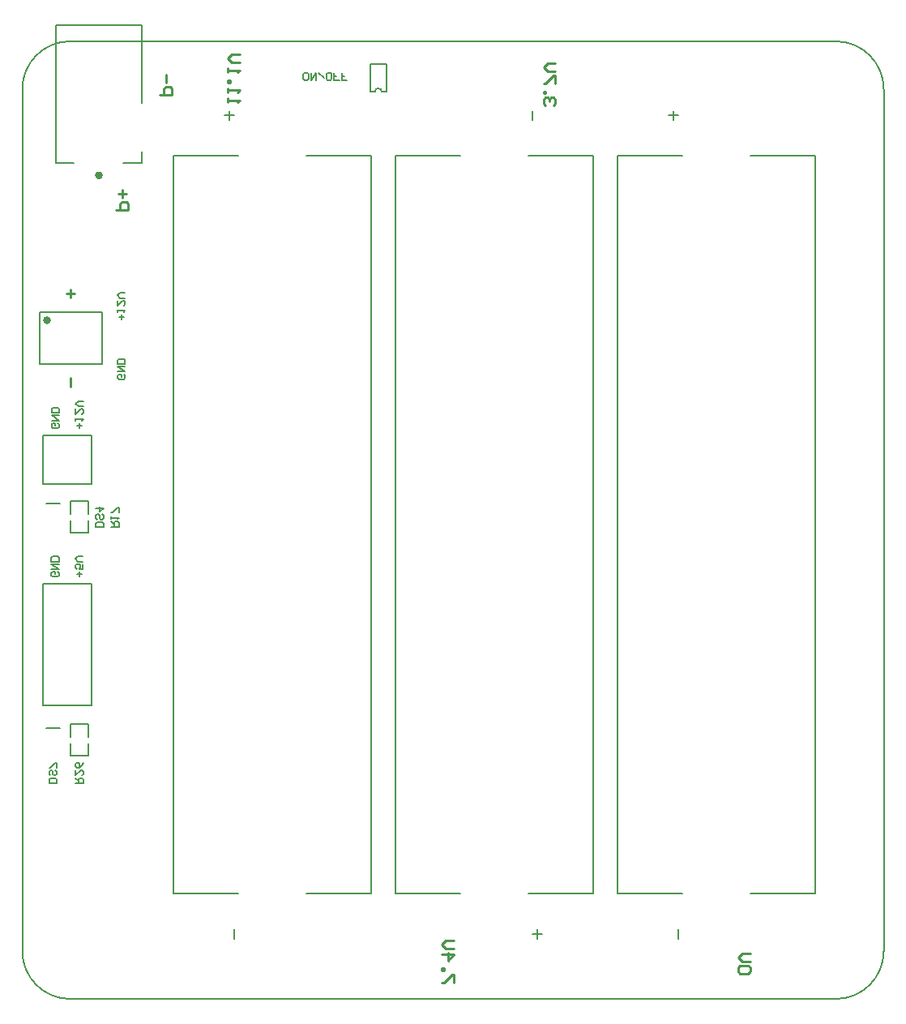
<source format=gbo>
G04*
G04 #@! TF.GenerationSoftware,Altium Limited,Altium Designer,21.1.1 (26)*
G04*
G04 Layer_Color=32896*
%FSLAX25Y25*%
%MOIN*%
G70*
G04*
G04 #@! TF.SameCoordinates,FA9CCD81-432D-44E0-922B-AB4CBE4C0170*
G04*
G04*
G04 #@! TF.FilePolarity,Positive*
G04*
G01*
G75*
%ADD10C,0.00984*%
%ADD11C,0.00787*%
%ADD12C,0.01575*%
%ADD14C,0.00500*%
%ADD15C,0.00591*%
D10*
X38583Y324508D02*
X43502D01*
Y326968D01*
X42682Y327788D01*
X41043D01*
X40223Y326968D01*
Y324508D01*
X41043Y329428D02*
Y332707D01*
X42682Y331067D02*
X39403D01*
X56595Y371752D02*
X61514D01*
Y374212D01*
X60694Y375032D01*
X59054D01*
X58234Y374212D01*
Y371752D01*
X59054Y376672D02*
Y379951D01*
X84547Y368602D02*
Y370242D01*
Y369422D01*
X89467D01*
X88647Y368602D01*
X84547Y372702D02*
Y374342D01*
Y373522D01*
X89467D01*
X88647Y372702D01*
X84547Y376802D02*
X85367D01*
Y377622D01*
X84547D01*
Y376802D01*
Y380902D02*
Y382541D01*
Y381721D01*
X89467D01*
X88647Y380902D01*
X89467Y385001D02*
X86187D01*
X84547Y386641D01*
X86187Y388281D01*
X89467D01*
X177557Y6791D02*
Y10071D01*
X176737D01*
X173458Y6791D01*
X172638D01*
Y11711D02*
X173458D01*
Y12531D01*
X172638D01*
Y11711D01*
Y18271D02*
X177557D01*
X175098Y15811D01*
Y19091D01*
X177557Y20730D02*
X174278D01*
X172638Y22370D01*
X174278Y24010D01*
X177557D01*
X218470Y367323D02*
X219290Y368143D01*
Y369783D01*
X218470Y370603D01*
X217650D01*
X216830Y369783D01*
Y368963D01*
Y369783D01*
X216010Y370603D01*
X215190D01*
X214370Y369783D01*
Y368143D01*
X215190Y367323D01*
X214370Y372242D02*
X215190D01*
Y373062D01*
X214370D01*
Y372242D01*
X219290Y376342D02*
Y379622D01*
X218470D01*
X215190Y376342D01*
X214370D01*
X219290Y381262D02*
X216010D01*
X214370Y382902D01*
X216010Y384542D01*
X219290D01*
X298588Y10433D02*
X299408Y11253D01*
Y12893D01*
X298588Y13713D01*
X295308D01*
X294488Y12893D01*
Y11253D01*
X295308Y10433D01*
X298588D01*
X299408Y15353D02*
X296128D01*
X294488Y16993D01*
X296128Y18632D01*
X299408D01*
X19783Y251772D02*
Y255183D01*
X19816Y288189D02*
Y291600D01*
X21521Y289895D02*
X18110D01*
D11*
X147884Y372933D02*
G03*
X145029Y372933I-1427J0D01*
G01*
X9941Y203740D02*
X13780D01*
X15453D01*
X19783Y199508D02*
Y204626D01*
X24213D01*
X27067Y199508D02*
Y204626D01*
X24213D02*
X27067D01*
Y191634D02*
Y196752D01*
X22638Y191634D02*
X27067D01*
X19783D02*
Y196752D01*
Y191634D02*
X22638D01*
X13780Y111319D02*
X15453D01*
X9941D02*
X13780D01*
X24213Y112894D02*
X27067D01*
Y107776D02*
Y112894D01*
X19783D02*
X24213D01*
X19783Y107776D02*
Y112894D01*
X27067Y99902D02*
Y105020D01*
X22638Y99902D02*
X27067D01*
X19783D02*
Y105020D01*
Y99902D02*
X22638D01*
X143209Y372933D02*
Y384350D01*
X149705D01*
Y372933D02*
Y384350D01*
X147884Y372933D02*
X149705D01*
X143209D02*
X145029D01*
X28622Y120669D02*
Y170669D01*
X8622Y120669D02*
X28622D01*
X8622Y170669D02*
X28622Y170669D01*
X8622Y120669D02*
Y170669D01*
X28622Y231535D02*
X28622Y211535D01*
X8622D02*
X28622D01*
X8622Y231535D02*
X28622D01*
X8622Y211535D02*
Y231535D01*
D12*
X10925Y279035D02*
G03*
X10925Y279035I-787J0D01*
G01*
X32283Y338583D02*
G03*
X32283Y338583I-787J0D01*
G01*
D14*
X208120Y346555D02*
X234793D01*
X153494D02*
X180167D01*
X208120Y43209D02*
X234793D01*
X153494D02*
X180167D01*
X153494D02*
Y346555D01*
X234793Y43209D02*
Y346555D01*
X209892Y361221D02*
Y365158D01*
X211860Y24606D02*
Y28543D01*
X209892Y26575D02*
X213829D01*
X83169Y363189D02*
X87106D01*
X85138Y361221D02*
Y365158D01*
X87106Y24606D02*
Y28543D01*
X62205Y43209D02*
Y346555D01*
X143504Y43209D02*
Y346555D01*
X116831D02*
X143504D01*
X62205D02*
X88878D01*
X116831Y43209D02*
X143504D01*
X62205D02*
X88878D01*
X13780Y400394D02*
X49213D01*
X13780Y343701D02*
Y400394D01*
Y343701D02*
X21063D01*
X49213D02*
Y348228D01*
X41535Y343701D02*
X49213D01*
Y368307D02*
Y400394D01*
X244783Y43209D02*
X271457D01*
X299410D02*
X326083D01*
X244783Y346555D02*
X271457D01*
X299410D02*
X326083D01*
Y43209D02*
Y346555D01*
X244783Y43209D02*
Y346555D01*
X269685Y24606D02*
Y28543D01*
X267717Y361221D02*
Y365158D01*
X265748Y363189D02*
X269685D01*
D15*
X32677Y260866D02*
Y282441D01*
X7087Y260866D02*
Y282441D01*
Y260866D02*
X32677D01*
X7087Y282441D02*
X32677D01*
X117224Y377659D02*
X116174D01*
X115650Y378183D01*
Y380282D01*
X116174Y380807D01*
X117224D01*
X117749Y380282D01*
Y378183D01*
X117224Y377659D01*
X118798Y380807D02*
Y377659D01*
X120897Y380807D01*
Y377659D01*
X121947Y380807D02*
X124046Y378708D01*
X126670Y377659D02*
X125620D01*
X125095Y378183D01*
Y380282D01*
X125620Y380807D01*
X126670D01*
X127194Y380282D01*
Y378183D01*
X126670Y377659D01*
X130343D02*
X128244D01*
Y379233D01*
X129294D01*
X128244D01*
Y380807D01*
X133492Y377659D02*
X131393D01*
Y379233D01*
X132442D01*
X131393D01*
Y380807D01*
X23384Y173522D02*
Y175621D01*
X24434Y174572D02*
X22335D01*
X24959Y178770D02*
Y176671D01*
X23384D01*
X23909Y177721D01*
Y178245D01*
X23384Y178770D01*
X22335D01*
X21810Y178245D01*
Y177196D01*
X22335Y176671D01*
X24959Y179820D02*
X22860D01*
X21810Y180869D01*
X22860Y181919D01*
X24959D01*
X14493Y175621D02*
X15018Y175097D01*
Y174047D01*
X14493Y173522D01*
X12394D01*
X11869Y174047D01*
Y175097D01*
X12394Y175621D01*
X13443D01*
Y174572D01*
X11869Y176671D02*
X15018D01*
X11869Y178770D01*
X15018D01*
Y179820D02*
X11869D01*
Y181394D01*
X12394Y181919D01*
X14493D01*
X15018Y181394D01*
Y179820D01*
X14632Y236745D02*
X15157Y236220D01*
Y235170D01*
X14632Y234646D01*
X12533D01*
X12008Y235170D01*
Y236220D01*
X12533Y236745D01*
X13582D01*
Y235695D01*
X12008Y237794D02*
X15157D01*
X12008Y239893D01*
X15157D01*
Y240943D02*
X12008D01*
Y242517D01*
X12533Y243042D01*
X14632D01*
X15157Y242517D01*
Y240943D01*
X23523Y234646D02*
Y236745D01*
X24573Y235695D02*
X22474D01*
X21949Y237794D02*
Y238844D01*
Y238319D01*
X25097D01*
X24573Y237794D01*
X21949Y242517D02*
Y240418D01*
X24048Y242517D01*
X24573D01*
X25097Y241992D01*
Y240943D01*
X24573Y240418D01*
X25097Y243567D02*
X22998D01*
X21949Y244616D01*
X22998Y245666D01*
X25097D01*
X41797Y256823D02*
X42322Y256299D01*
Y255249D01*
X41797Y254724D01*
X39698D01*
X39173Y255249D01*
Y256299D01*
X39698Y256823D01*
X40747D01*
Y255774D01*
X39173Y257873D02*
X42322D01*
X39173Y259972D01*
X42322D01*
Y261022D02*
X39173D01*
Y262596D01*
X39698Y263121D01*
X41797D01*
X42322Y262596D01*
Y261022D01*
X40747Y279232D02*
Y281331D01*
X41797Y280282D02*
X39698D01*
X39173Y282381D02*
Y283430D01*
Y282906D01*
X42322D01*
X41797Y282381D01*
X39173Y287104D02*
Y285005D01*
X41272Y287104D01*
X41797D01*
X42322Y286579D01*
Y285529D01*
X41797Y285005D01*
X42322Y288153D02*
X40223D01*
X39173Y289203D01*
X40223Y290252D01*
X42322D01*
X21949Y88715D02*
X25098D01*
Y90290D01*
X24573Y90814D01*
X23524D01*
X22999Y90290D01*
Y88715D01*
Y89765D02*
X21949Y90814D01*
Y93963D02*
Y91864D01*
X24048Y93963D01*
X24573D01*
X25098Y93438D01*
Y92389D01*
X24573Y91864D01*
X25098Y97111D02*
X24573Y96062D01*
X23524Y95012D01*
X22474D01*
X21949Y95537D01*
Y96587D01*
X22474Y97111D01*
X22999D01*
X23524Y96587D01*
Y95012D01*
X36615Y194096D02*
X39763D01*
Y195670D01*
X39239Y196195D01*
X38189D01*
X37664Y195670D01*
Y194096D01*
Y195145D02*
X36615Y196195D01*
Y197244D02*
Y198294D01*
Y197769D01*
X39763D01*
X39239Y197244D01*
X39763Y199868D02*
Y201967D01*
X39239D01*
X37139Y199868D01*
X36615D01*
X14173Y88715D02*
X11024D01*
Y90290D01*
X11549Y90814D01*
X13648D01*
X14173Y90290D01*
Y88715D01*
X13648Y93963D02*
X14173Y93438D01*
Y92389D01*
X13648Y91864D01*
X13123D01*
X12598Y92389D01*
Y93438D01*
X12074Y93963D01*
X11549D01*
X11024Y93438D01*
Y92389D01*
X11549Y91864D01*
X14173Y95012D02*
Y97111D01*
X13648D01*
X11549Y95012D01*
X11024D01*
X33366Y193932D02*
X30217D01*
Y195506D01*
X30742Y196031D01*
X32841D01*
X33366Y195506D01*
Y193932D01*
X32841Y199179D02*
X33366Y198655D01*
Y197605D01*
X32841Y197080D01*
X32316D01*
X31791Y197605D01*
Y198655D01*
X31267Y199179D01*
X30742D01*
X30217Y198655D01*
Y197605D01*
X30742Y197080D01*
X30217Y201803D02*
X33366D01*
X31791Y200229D01*
Y202328D01*
X354331Y374016D02*
G03*
X334646Y393701I-19685J0D01*
G01*
Y0D02*
G03*
X354331Y19685I0J19685D01*
G01*
X19685Y393701D02*
G03*
X0Y374016I0J-19685D01*
G01*
X0Y19685D02*
G03*
X19685Y0I19685J0D01*
G01*
X354331Y19685D02*
Y374016D01*
X19685Y0D02*
X334646D01*
X0Y19685D02*
Y374016D01*
X19685Y393701D02*
X334646D01*
M02*

</source>
